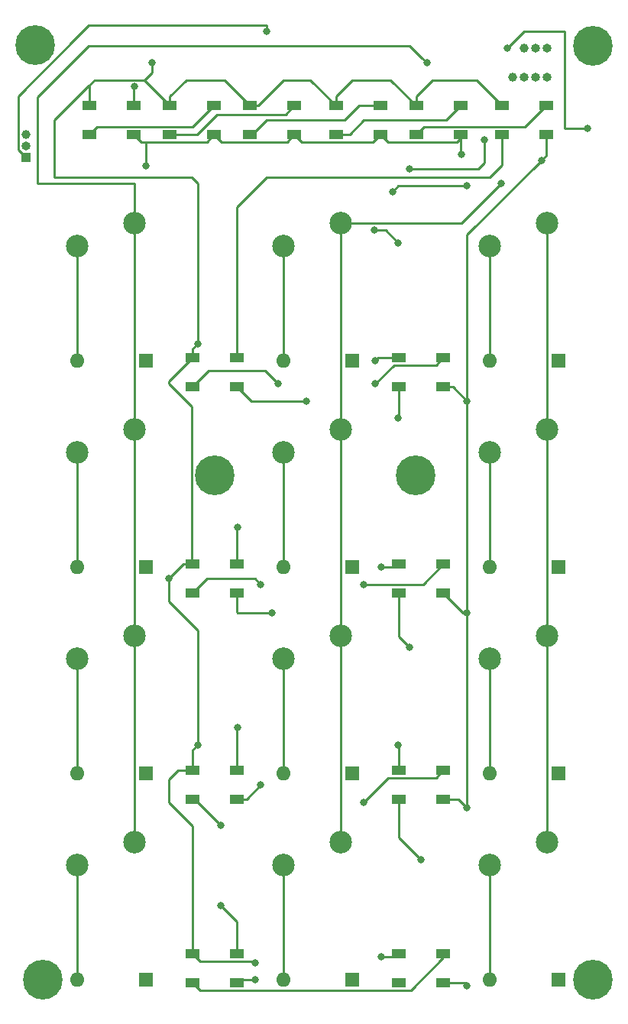
<source format=gbr>
%TF.GenerationSoftware,KiCad,Pcbnew,(6.0.4)*%
%TF.CreationDate,2022-05-16T19:34:58+01:00*%
%TF.ProjectId,Macropad v2,4d616372-6f70-4616-9420-76322e6b6963,rev?*%
%TF.SameCoordinates,Original*%
%TF.FileFunction,Copper,L1,Top*%
%TF.FilePolarity,Positive*%
%FSLAX46Y46*%
G04 Gerber Fmt 4.6, Leading zero omitted, Abs format (unit mm)*
G04 Created by KiCad (PCBNEW (6.0.4)) date 2022-05-16 19:34:58*
%MOMM*%
%LPD*%
G01*
G04 APERTURE LIST*
%TA.AperFunction,ComponentPad*%
%ADD10R,1.600000X1.600000*%
%TD*%
%TA.AperFunction,ComponentPad*%
%ADD11O,1.600000X1.600000*%
%TD*%
%TA.AperFunction,SMDPad,CuDef*%
%ADD12R,1.500000X1.000000*%
%TD*%
%TA.AperFunction,ComponentPad*%
%ADD13C,2.500000*%
%TD*%
%TA.AperFunction,ComponentPad*%
%ADD14C,4.400000*%
%TD*%
%TA.AperFunction,ComponentPad*%
%ADD15C,0.700000*%
%TD*%
%TA.AperFunction,ComponentPad*%
%ADD16C,1.000000*%
%TD*%
%TA.AperFunction,ComponentPad*%
%ADD17O,1.000000X1.000000*%
%TD*%
%TA.AperFunction,ComponentPad*%
%ADD18R,1.000000X1.000000*%
%TD*%
%TA.AperFunction,ViaPad*%
%ADD19C,0.800000*%
%TD*%
%TA.AperFunction,Conductor*%
%ADD20C,0.250000*%
%TD*%
G04 APERTURE END LIST*
D10*
%TO.P,D16,1,K*%
%TO.N,Net-(D16-Pad1)*%
X122555000Y-85407500D03*
D11*
%TO.P,D16,2,A*%
%TO.N,Net-(D16-Pad2)*%
X114935000Y-85407500D03*
%TD*%
D12*
%TO.P,D12,1,VDD*%
%TO.N,+5V*%
X150585000Y-130797500D03*
%TO.P,D12,2,DOUT*%
%TO.N,Net-(D12-Pad2)*%
X150585000Y-133997500D03*
%TO.P,D12,3,VSS*%
%TO.N,GND*%
X155485000Y-133997500D03*
%TO.P,D12,4,DIN*%
%TO.N,Net-(D11-Pad2)*%
X155485000Y-130797500D03*
%TD*%
D13*
%TO.P,SW4,1,1*%
%TO.N,Net-(D19-Pad2)*%
X114935000Y-141287500D03*
%TO.P,SW4,2,2*%
%TO.N,Net-(J2-Pad3)*%
X121285000Y-138747500D03*
%TD*%
D10*
%TO.P,D23,1,K*%
%TO.N,Net-(D19-Pad2)*%
X145415000Y-153987500D03*
D11*
%TO.P,D23,2,A*%
%TO.N,Net-(D23-Pad2)*%
X137795000Y-153987500D03*
%TD*%
D10*
%TO.P,D19,1,K*%
%TO.N,Net-(D19-Pad1)*%
X122555000Y-153987500D03*
D11*
%TO.P,D19,2,A*%
%TO.N,Net-(D19-Pad2)*%
X114935000Y-153987500D03*
%TD*%
D12*
%TO.P,D6,1,VDD*%
%TO.N,+5V*%
X162015000Y-57137500D03*
%TO.P,D6,2,DOUT*%
%TO.N,Net-(D6-Pad2)*%
X162015000Y-60337500D03*
%TO.P,D6,3,VSS*%
%TO.N,GND*%
X166915000Y-60337500D03*
%TO.P,D6,4,DIN*%
%TO.N,Net-(D5-Pad2)*%
X166915000Y-57137500D03*
%TD*%
D14*
%TO.P,H8,1*%
%TO.N,N/C*%
X172085000Y-50482500D03*
D15*
X173251726Y-51649226D03*
X172085000Y-52132500D03*
X170918274Y-51649226D03*
X173735000Y-50482500D03*
X173251726Y-49315774D03*
X170918274Y-49315774D03*
X172085000Y-48832500D03*
X170435000Y-50482500D03*
%TD*%
%TO.P,H6,1*%
%TO.N,N/C*%
X151233274Y-99274226D03*
X152400000Y-99757500D03*
X153566726Y-96940774D03*
D14*
X152400000Y-98107500D03*
D15*
X152400000Y-96457500D03*
X151233274Y-96940774D03*
X154050000Y-98107500D03*
X153566726Y-99274226D03*
X150750000Y-98107500D03*
%TD*%
D12*
%TO.P,D7,1,VDD*%
%TO.N,+5V*%
X127725000Y-85077500D03*
%TO.P,D7,2,DOUT*%
%TO.N,Net-(D7-Pad2)*%
X127725000Y-88277500D03*
%TO.P,D7,3,VSS*%
%TO.N,GND*%
X132625000Y-88277500D03*
%TO.P,D7,4,DIN*%
%TO.N,Net-(D6-Pad2)*%
X132625000Y-85077500D03*
%TD*%
%TO.P,D11,1,VDD*%
%TO.N,+5V*%
X127725000Y-130797500D03*
%TO.P,D11,2,DOUT*%
%TO.N,Net-(D11-Pad2)*%
X127725000Y-133997500D03*
%TO.P,D11,3,VSS*%
%TO.N,GND*%
X132625000Y-133997500D03*
%TO.P,D11,4,DIN*%
%TO.N,Net-(D10-Pad2)*%
X132625000Y-130797500D03*
%TD*%
D16*
%TO.P,J1,1,Pin_1*%
%TO.N,+5V*%
X109220000Y-60325000D03*
D17*
%TO.P,J1,2,Pin_2*%
%TO.N,Net-(D1-Pad4)*%
X109220000Y-61595000D03*
D18*
%TO.P,J1,3,Pin_3*%
%TO.N,GND*%
X109220000Y-62865000D03*
%TD*%
D12*
%TO.P,D13,1,VDD*%
%TO.N,+5V*%
X127725000Y-151117500D03*
%TO.P,D13,2,DOUT*%
%TO.N,Net-(D13-Pad2)*%
X127725000Y-154317500D03*
%TO.P,D13,3,VSS*%
%TO.N,GND*%
X132625000Y-154317500D03*
%TO.P,D13,4,DIN*%
%TO.N,Net-(D12-Pad2)*%
X132625000Y-151117500D03*
%TD*%
%TO.P,D10,1,VDD*%
%TO.N,+5V*%
X150585000Y-107937500D03*
%TO.P,D10,2,DOUT*%
%TO.N,Net-(D10-Pad2)*%
X150585000Y-111137500D03*
%TO.P,D10,3,VSS*%
%TO.N,GND*%
X155485000Y-111137500D03*
%TO.P,D10,4,DIN*%
%TO.N,Net-(D10-Pad4)*%
X155485000Y-107937500D03*
%TD*%
D10*
%TO.P,D21,1,K*%
%TO.N,Net-(D17-Pad2)*%
X145415000Y-108267500D03*
D11*
%TO.P,D21,2,A*%
%TO.N,Net-(D21-Pad2)*%
X137795000Y-108267500D03*
%TD*%
D13*
%TO.P,SW11,1,1*%
%TO.N,Net-(D26-Pad2)*%
X160655000Y-118427500D03*
%TO.P,SW11,2,2*%
%TO.N,Net-(J2-Pad1)*%
X167005000Y-115887500D03*
%TD*%
D15*
%TO.P,H1,1*%
%TO.N,N/C*%
X110204840Y-52084973D03*
X108554840Y-50434973D03*
X111854840Y-50434973D03*
X111371566Y-51601699D03*
X111371566Y-49268247D03*
X109038114Y-51601699D03*
X110204840Y-48784973D03*
D14*
X110204840Y-50434973D03*
D15*
X109038114Y-49268247D03*
%TD*%
D12*
%TO.P,D8,1,VDD*%
%TO.N,+5V*%
X150585000Y-85077500D03*
%TO.P,D8,2,DOUT*%
%TO.N,Net-(D8-Pad2)*%
X150585000Y-88277500D03*
%TO.P,D8,3,VSS*%
%TO.N,GND*%
X155485000Y-88277500D03*
%TO.P,D8,4,DIN*%
%TO.N,Net-(D7-Pad2)*%
X155485000Y-85077500D03*
%TD*%
D13*
%TO.P,SW8,1,1*%
%TO.N,Net-(D23-Pad2)*%
X137795000Y-141287500D03*
%TO.P,SW8,2,2*%
%TO.N,Net-(J2-Pad2)*%
X144145000Y-138747500D03*
%TD*%
D12*
%TO.P,D3,1,VDD*%
%TO.N,+5V*%
X134075000Y-57137500D03*
%TO.P,D3,2,DOUT*%
%TO.N,Net-(D3-Pad2)*%
X134075000Y-60337500D03*
%TO.P,D3,3,VSS*%
%TO.N,GND*%
X138975000Y-60337500D03*
%TO.P,D3,4,DIN*%
%TO.N,Net-(D2-Pad2)*%
X138975000Y-57137500D03*
%TD*%
D10*
%TO.P,D22,1,K*%
%TO.N,Net-(D18-Pad2)*%
X145415000Y-131127500D03*
D11*
%TO.P,D22,2,A*%
%TO.N,Net-(D22-Pad2)*%
X137795000Y-131127500D03*
%TD*%
D16*
%TO.P,J2,1,Pin_1*%
%TO.N,Net-(SW10-Pad2)*%
X164460000Y-50800000D03*
D17*
%TO.P,J2,2,Pin_2*%
%TO.N,Net-(SW5-Pad2)*%
X165730000Y-50800000D03*
%TO.P,J2,3,Pin_3*%
%TO.N,Net-(SW1-Pad2)*%
X167000000Y-50800000D03*
%TD*%
D10*
%TO.P,D24,1,K*%
%TO.N,Net-(D20-Pad2)*%
X168275000Y-85407500D03*
D11*
%TO.P,D24,2,A*%
%TO.N,Net-(D24-Pad2)*%
X160655000Y-85407500D03*
%TD*%
D12*
%TO.P,D9,1,VDD*%
%TO.N,+5V*%
X127725000Y-107937500D03*
%TO.P,D9,2,DOUT*%
%TO.N,Net-(D10-Pad4)*%
X127725000Y-111137500D03*
%TO.P,D9,3,VSS*%
%TO.N,GND*%
X132625000Y-111137500D03*
%TO.P,D9,4,DIN*%
%TO.N,Net-(D8-Pad2)*%
X132625000Y-107937500D03*
%TD*%
D10*
%TO.P,D17,1,K*%
%TO.N,Net-(D17-Pad1)*%
X122555000Y-108267500D03*
D11*
%TO.P,D17,2,A*%
%TO.N,Net-(D17-Pad2)*%
X114935000Y-108267500D03*
%TD*%
D10*
%TO.P,D27,1,K*%
%TO.N,Net-(D23-Pad2)*%
X168275000Y-153987500D03*
D11*
%TO.P,D27,2,A*%
%TO.N,Net-(D27-Pad2)*%
X160655000Y-153987500D03*
%TD*%
D13*
%TO.P,SW9,1,1*%
%TO.N,Net-(D24-Pad2)*%
X160655000Y-72707500D03*
%TO.P,SW9,2,2*%
%TO.N,Net-(J2-Pad1)*%
X167005000Y-70167500D03*
%TD*%
D12*
%TO.P,D4,1,VDD*%
%TO.N,+5V*%
X143600000Y-57137500D03*
%TO.P,D4,2,DOUT*%
%TO.N,Net-(D4-Pad2)*%
X143600000Y-60337500D03*
%TO.P,D4,3,VSS*%
%TO.N,GND*%
X148500000Y-60337500D03*
%TO.P,D4,4,DIN*%
%TO.N,Net-(D3-Pad2)*%
X148500000Y-57137500D03*
%TD*%
D15*
%TO.P,H4,1*%
%TO.N,N/C*%
X170918274Y-155154226D03*
X170435000Y-153987500D03*
X170918274Y-152820774D03*
X172085000Y-152337500D03*
X173251726Y-152820774D03*
X173735000Y-153987500D03*
D14*
X172085000Y-153987500D03*
D15*
X172085000Y-155637500D03*
X173251726Y-155154226D03*
%TD*%
D10*
%TO.P,D25,1,K*%
%TO.N,Net-(D21-Pad2)*%
X168275000Y-108267500D03*
D11*
%TO.P,D25,2,A*%
%TO.N,Net-(D25-Pad2)*%
X160655000Y-108267500D03*
%TD*%
D10*
%TO.P,D26,1,K*%
%TO.N,Net-(D22-Pad2)*%
X168275000Y-131127500D03*
D11*
%TO.P,D26,2,A*%
%TO.N,Net-(D26-Pad2)*%
X160655000Y-131127500D03*
%TD*%
D13*
%TO.P,SW7,1,1*%
%TO.N,Net-(D22-Pad2)*%
X137795000Y-118427500D03*
%TO.P,SW7,2,2*%
%TO.N,Net-(J2-Pad2)*%
X144145000Y-115887500D03*
%TD*%
%TO.P,SW2,1,1*%
%TO.N,Net-(D17-Pad2)*%
X114935000Y-95567500D03*
%TO.P,SW2,2,2*%
%TO.N,Net-(J2-Pad3)*%
X121285000Y-93027500D03*
%TD*%
%TO.P,SW12,1,1*%
%TO.N,Net-(D27-Pad2)*%
X160655000Y-141287500D03*
%TO.P,SW12,2,2*%
%TO.N,Net-(J2-Pad1)*%
X167005000Y-138747500D03*
%TD*%
D15*
%TO.P,H3,1*%
%TO.N,N/C*%
X111125000Y-155637500D03*
X111125000Y-152337500D03*
X109958274Y-155154226D03*
D14*
X111125000Y-153987500D03*
D15*
X112291726Y-152820774D03*
X112291726Y-155154226D03*
X112775000Y-153987500D03*
X109958274Y-152820774D03*
X109475000Y-153987500D03*
%TD*%
D13*
%TO.P,SW6,1,1*%
%TO.N,Net-(D21-Pad2)*%
X137795000Y-95567500D03*
%TO.P,SW6,2,2*%
%TO.N,Net-(J2-Pad2)*%
X144145000Y-93027500D03*
%TD*%
D12*
%TO.P,D2,1,VDD*%
%TO.N,+5V*%
X125185000Y-57137500D03*
%TO.P,D2,2,DOUT*%
%TO.N,Net-(D2-Pad2)*%
X125185000Y-60337500D03*
%TO.P,D2,3,VSS*%
%TO.N,GND*%
X130085000Y-60337500D03*
%TO.P,D2,4,DIN*%
%TO.N,Net-(D1-Pad2)*%
X130085000Y-57137500D03*
%TD*%
D10*
%TO.P,D20,1,K*%
%TO.N,Net-(D16-Pad2)*%
X145415000Y-85407500D03*
D11*
%TO.P,D20,2,A*%
%TO.N,Net-(D20-Pad2)*%
X137795000Y-85407500D03*
%TD*%
D13*
%TO.P,SW3,1,1*%
%TO.N,Net-(D18-Pad2)*%
X114935000Y-118427500D03*
%TO.P,SW3,2,2*%
%TO.N,Net-(J2-Pad3)*%
X121285000Y-115887500D03*
%TD*%
%TO.P,SW5,1,1*%
%TO.N,Net-(D20-Pad2)*%
X137795000Y-72707500D03*
%TO.P,SW5,2,2*%
%TO.N,Net-(J2-Pad2)*%
X144145000Y-70167500D03*
%TD*%
D15*
%TO.P,H5,1*%
%TO.N,N/C*%
X131341726Y-99274226D03*
X129008274Y-96940774D03*
X130175000Y-99757500D03*
X131341726Y-96940774D03*
D14*
X130175000Y-98107500D03*
D15*
X129008274Y-99274226D03*
X128525000Y-98107500D03*
X130175000Y-96457500D03*
X131825000Y-98107500D03*
%TD*%
D16*
%TO.P,J3,1,Pin_1*%
%TO.N,Net-(D16-Pad1)*%
X163195000Y-53975000D03*
D17*
%TO.P,J3,2,Pin_2*%
%TO.N,Net-(D17-Pad1)*%
X164465000Y-53975000D03*
%TO.P,J3,3,Pin_3*%
%TO.N,Net-(D18-Pad1)*%
X165735000Y-53975000D03*
%TO.P,J3,4,Pin_4*%
%TO.N,Net-(D19-Pad1)*%
X167005000Y-53975000D03*
%TD*%
D10*
%TO.P,D18,1,K*%
%TO.N,Net-(D18-Pad1)*%
X122555000Y-131127500D03*
D11*
%TO.P,D18,2,A*%
%TO.N,Net-(D18-Pad2)*%
X114935000Y-131127500D03*
%TD*%
D13*
%TO.P,SW10,1,1*%
%TO.N,Net-(D25-Pad2)*%
X160655000Y-95567500D03*
%TO.P,SW10,2,2*%
%TO.N,Net-(J2-Pad1)*%
X167005000Y-93027500D03*
%TD*%
D12*
%TO.P,D5,1,VDD*%
%TO.N,+5V*%
X152490000Y-57137500D03*
%TO.P,D5,2,DOUT*%
%TO.N,Net-(D5-Pad2)*%
X152490000Y-60337500D03*
%TO.P,D5,3,VSS*%
%TO.N,GND*%
X157390000Y-60337500D03*
%TO.P,D5,4,DIN*%
%TO.N,Net-(D4-Pad2)*%
X157390000Y-57137500D03*
%TD*%
%TO.P,D14,1,VDD*%
%TO.N,+5V*%
X150585000Y-151117500D03*
%TO.P,D14,2,DOUT*%
%TO.N,unconnected-(D14-Pad2)*%
X150585000Y-154317500D03*
%TO.P,D14,3,VSS*%
%TO.N,GND*%
X155485000Y-154317500D03*
%TO.P,D14,4,DIN*%
%TO.N,Net-(D13-Pad2)*%
X155485000Y-151117500D03*
%TD*%
D13*
%TO.P,SW1,1,1*%
%TO.N,Net-(D16-Pad2)*%
X114935000Y-72707500D03*
%TO.P,SW1,2,2*%
%TO.N,Net-(J2-Pad3)*%
X121285000Y-70167500D03*
%TD*%
D12*
%TO.P,D1,1,VDD*%
%TO.N,+5V*%
X116295000Y-57137500D03*
%TO.P,D1,2,DOUT*%
%TO.N,Net-(D1-Pad2)*%
X116295000Y-60337500D03*
%TO.P,D1,3,VSS*%
%TO.N,GND*%
X121195000Y-60337500D03*
%TO.P,D1,4,DIN*%
%TO.N,Net-(D1-Pad4)*%
X121195000Y-57137500D03*
%TD*%
D19*
%TO.N,+5V*%
X148590000Y-151447500D03*
X128270000Y-127952500D03*
X150495000Y-127952500D03*
X148590000Y-108267500D03*
X134620000Y-152082500D03*
X147955000Y-85407500D03*
X125095000Y-109537500D03*
X123190000Y-52387500D03*
X128270000Y-83502500D03*
%TO.N,GND*%
X158115000Y-134937500D03*
X140335000Y-89852500D03*
X158115000Y-154622500D03*
X135255000Y-132397500D03*
X134620000Y-153987500D03*
X158115000Y-89852500D03*
X136525000Y-113347500D03*
X158115000Y-113347500D03*
X135890000Y-48895000D03*
X157480000Y-62547500D03*
X122555000Y-63817500D03*
X166370000Y-63182500D03*
%TO.N,Net-(D10-Pad2)*%
X132715000Y-126047500D03*
X151765000Y-117157500D03*
%TO.N,Net-(D11-Pad2)*%
X146685000Y-134302500D03*
X130810000Y-136842500D03*
%TO.N,Net-(D10-Pad4)*%
X135255000Y-110172500D03*
X146685000Y-110172500D03*
%TO.N,Net-(D1-Pad4)*%
X121285000Y-55017000D03*
%TO.N,Net-(D12-Pad2)*%
X153035000Y-140652500D03*
X130810000Y-145732500D03*
%TO.N,Net-(D7-Pad2)*%
X137160000Y-87947500D03*
X147955000Y-87947500D03*
%TO.N,Net-(D8-Pad2)*%
X132715000Y-103822500D03*
X150495000Y-91757500D03*
%TO.N,Net-(D17-Pad1)*%
X147796250Y-70961250D03*
X150495000Y-72390000D03*
%TO.N,Net-(D18-Pad1)*%
X151765000Y-64135000D03*
X160020000Y-60960000D03*
%TO.N,Net-(D19-Pad1)*%
X149860000Y-66675000D03*
X158115000Y-66040000D03*
%TO.N,Net-(J2-Pad1)*%
X162560000Y-50800000D03*
X171450000Y-59690000D03*
%TO.N,Net-(J2-Pad2)*%
X161925000Y-65722500D03*
%TO.N,Net-(J2-Pad3)*%
X153670000Y-52387500D03*
%TD*%
D20*
%TO.N,+5V*%
X116295000Y-57137500D02*
X116295000Y-54837500D01*
X125095000Y-112077500D02*
X125095000Y-109537500D01*
X127725000Y-85077500D02*
X127725000Y-84047500D01*
X112395000Y-65087500D02*
X112395000Y-58737500D01*
X134950000Y-57137500D02*
X137795000Y-54292500D01*
X128270000Y-115252500D02*
X125095000Y-112077500D01*
X127725000Y-151117500D02*
X127725000Y-136932500D01*
X127725000Y-136932500D02*
X125095000Y-134302500D01*
X128270000Y-65722500D02*
X127635000Y-65087500D01*
X112395000Y-58737500D02*
X116205000Y-54927500D01*
X116840000Y-54292500D02*
X122340000Y-54292500D01*
X127635000Y-65087500D02*
X112395000Y-65087500D01*
X123190000Y-53442500D02*
X123190000Y-52387500D01*
X127725000Y-130797500D02*
X127725000Y-128497500D01*
X134075000Y-57137500D02*
X134950000Y-57137500D01*
X159170000Y-54292500D02*
X162015000Y-57137500D01*
X125095000Y-134302500D02*
X125095000Y-131762500D01*
X122340000Y-54292500D02*
X123190000Y-53442500D01*
X145415000Y-54292500D02*
X149645000Y-54292500D01*
X125185000Y-56107500D02*
X127000000Y-54292500D01*
X127725000Y-84047500D02*
X128270000Y-83502500D01*
X122340000Y-54292500D02*
X125185000Y-57137500D01*
X143600000Y-57137500D02*
X143600000Y-56107500D01*
X116205000Y-54927500D02*
X116840000Y-54292500D01*
X116295000Y-54837500D02*
X116840000Y-54292500D01*
X134479511Y-151942011D02*
X134620000Y-152082500D01*
X126695000Y-107937500D02*
X125095000Y-109537500D01*
X127725000Y-151117500D02*
X128549511Y-151942011D01*
X147955000Y-85407500D02*
X148285000Y-85077500D01*
X127725000Y-107937500D02*
X126695000Y-107937500D01*
X127635000Y-107847500D02*
X127635000Y-90487500D01*
X137795000Y-54292500D02*
X140755000Y-54292500D01*
X148590000Y-151447500D02*
X150255000Y-151447500D01*
X125185000Y-57137500D02*
X125185000Y-56107500D01*
X127725000Y-128497500D02*
X128270000Y-127952500D01*
X152490000Y-56107500D02*
X154305000Y-54292500D01*
X128270000Y-83502500D02*
X128270000Y-65722500D01*
X127000000Y-54292500D02*
X131230000Y-54292500D01*
X125095000Y-131762500D02*
X126060000Y-130797500D01*
X140755000Y-54292500D02*
X143600000Y-57137500D01*
X128270000Y-127952500D02*
X128270000Y-115252500D01*
X150585000Y-128042500D02*
X150585000Y-130797500D01*
X128549511Y-151942011D02*
X134479511Y-151942011D01*
X126060000Y-130797500D02*
X127725000Y-130797500D01*
X127635000Y-90487500D02*
X125095000Y-87947500D01*
X131230000Y-54292500D02*
X134075000Y-57137500D01*
X150495000Y-127952500D02*
X150585000Y-128042500D01*
X152490000Y-57137500D02*
X152490000Y-56107500D01*
X125095000Y-87947500D02*
X125095000Y-87707500D01*
X148285000Y-85077500D02*
X150585000Y-85077500D01*
X149645000Y-54292500D02*
X152490000Y-57137500D01*
X154305000Y-54292500D02*
X159170000Y-54292500D01*
X148590000Y-108267500D02*
X150255000Y-108267500D01*
X125095000Y-87707500D02*
X127725000Y-85077500D01*
X143600000Y-56107500D02*
X145415000Y-54292500D01*
%TO.N,Net-(D1-Pad2)*%
X116295000Y-60337500D02*
X117119511Y-59512989D01*
X117119511Y-59512989D02*
X127709511Y-59512989D01*
X127709511Y-59512989D02*
X130085000Y-57137500D01*
%TO.N,GND*%
X135890000Y-48260000D02*
X135890000Y-48895000D01*
X122019511Y-61162011D02*
X122670489Y-61162011D01*
X132625000Y-111137500D02*
X132625000Y-113257500D01*
X122670489Y-61162011D02*
X122555000Y-61277500D01*
X109220000Y-62865000D02*
X108395489Y-62040489D01*
X108395489Y-56069511D02*
X114935000Y-49530000D01*
X114935000Y-49530000D02*
X116205000Y-48260000D01*
X149324511Y-61162011D02*
X156960489Y-61162011D01*
X156960489Y-61162011D02*
X157480000Y-60642500D01*
X157390000Y-62457500D02*
X157480000Y-62547500D01*
X121195000Y-60337500D02*
X122019511Y-61162011D01*
X155485000Y-154317500D02*
X157810000Y-154317500D01*
X158115000Y-113347500D02*
X157695000Y-113347500D01*
X147675489Y-61162011D02*
X148500000Y-60337500D01*
X130175000Y-48260000D02*
X135890000Y-48260000D01*
X157175000Y-133997500D02*
X155485000Y-133997500D01*
X132625000Y-113257500D02*
X132715000Y-113347500D01*
X157810000Y-154317500D02*
X158115000Y-154622500D01*
X130909511Y-61162011D02*
X138150489Y-61162011D01*
X139799511Y-61162011D02*
X147675489Y-61162011D01*
X138975000Y-60337500D02*
X139799511Y-61162011D01*
X130085000Y-60337500D02*
X130909511Y-61162011D01*
X132715000Y-113347500D02*
X136525000Y-113347500D01*
X129260489Y-61162011D02*
X130085000Y-60337500D01*
X157390000Y-60337500D02*
X157390000Y-62457500D01*
X108395489Y-62040489D02*
X108395489Y-56069511D01*
X166370000Y-63182500D02*
X166915000Y-62637500D01*
X157695000Y-113347500D02*
X155485000Y-111137500D01*
X122670489Y-61162011D02*
X129260489Y-61162011D01*
X166915000Y-62637500D02*
X166915000Y-60337500D01*
X158115000Y-113347500D02*
X158115000Y-89852500D01*
X134200000Y-89852500D02*
X140335000Y-89852500D01*
X158115000Y-71437500D02*
X166370000Y-63182500D01*
X138150489Y-61162011D02*
X138975000Y-60337500D01*
X132625000Y-133997500D02*
X133655000Y-133997500D01*
X158115000Y-89852500D02*
X158115000Y-71437500D01*
X116205000Y-48260000D02*
X130175000Y-48260000D01*
X132625000Y-88277500D02*
X134200000Y-89852500D01*
X134620000Y-153987500D02*
X132955000Y-153987500D01*
X158115000Y-134937500D02*
X158115000Y-113347500D01*
X158115000Y-89852500D02*
X156540000Y-88277500D01*
X122555000Y-61277500D02*
X122555000Y-63817500D01*
X158115000Y-134937500D02*
X157175000Y-133997500D01*
X156540000Y-88277500D02*
X155485000Y-88277500D01*
X133655000Y-133997500D02*
X135255000Y-132397500D01*
X148500000Y-60337500D02*
X149324511Y-61162011D01*
%TO.N,Net-(D2-Pad2)*%
X138010000Y-58102500D02*
X138975000Y-57137500D01*
X125185000Y-60337500D02*
X128185978Y-60337500D01*
X130420978Y-58102500D02*
X138010000Y-58102500D01*
X128185978Y-60337500D02*
X130420978Y-58102500D01*
%TO.N,Net-(D3-Pad2)*%
X146164296Y-57137500D02*
X148500000Y-57137500D01*
X144564296Y-58737500D02*
X146164296Y-57137500D01*
X134325000Y-60337500D02*
X135925000Y-58737500D01*
X135925000Y-58737500D02*
X144564296Y-58737500D01*
%TO.N,Net-(D10-Pad2)*%
X132625000Y-126137500D02*
X132625000Y-130797500D01*
X132715000Y-126047500D02*
X132625000Y-126137500D01*
X150585000Y-115977500D02*
X151765000Y-117157500D01*
X150585000Y-111137500D02*
X150585000Y-115977500D01*
%TO.N,Net-(D4-Pad2)*%
X143600000Y-60337500D02*
X145085000Y-60337500D01*
X145085000Y-60337500D02*
X146685000Y-58737500D01*
X146685000Y-58737500D02*
X155790000Y-58737500D01*
X155790000Y-58737500D02*
X157390000Y-57137500D01*
%TO.N,Net-(D11-Pad2)*%
X127965000Y-133997500D02*
X130810000Y-136842500D01*
X154660489Y-131622011D02*
X155485000Y-130797500D01*
X149365489Y-131622011D02*
X154660489Y-131622011D01*
X146685000Y-134302500D02*
X149365489Y-131622011D01*
%TO.N,Net-(D5-Pad2)*%
X164539511Y-59512989D02*
X166915000Y-57137500D01*
X153314511Y-59512989D02*
X164539511Y-59512989D01*
X152490000Y-60337500D02*
X153314511Y-59512989D01*
%TO.N,Net-(D10-Pad4)*%
X127725000Y-111137500D02*
X129325000Y-109537500D01*
X153250000Y-110172500D02*
X155485000Y-107937500D01*
X146685000Y-110172500D02*
X153250000Y-110172500D01*
X129325000Y-109537500D02*
X134620000Y-109537500D01*
X134620000Y-109537500D02*
X135255000Y-110172500D01*
%TO.N,Net-(D13-Pad2)*%
X128549511Y-155142011D02*
X151880489Y-155142011D01*
X127725000Y-154317500D02*
X128549511Y-155142011D01*
X151880489Y-155142011D02*
X155485000Y-151537500D01*
X155485000Y-151537500D02*
X155485000Y-151117500D01*
%TO.N,Net-(D16-Pad2)*%
X114935000Y-85407500D02*
X114935000Y-72707500D01*
%TO.N,Net-(D17-Pad2)*%
X114935000Y-95567500D02*
X114935000Y-108267500D01*
%TO.N,Net-(D18-Pad2)*%
X114935000Y-118427500D02*
X114935000Y-131127500D01*
%TO.N,Net-(D19-Pad2)*%
X114935000Y-141287500D02*
X114935000Y-153987500D01*
%TO.N,Net-(D20-Pad2)*%
X137795000Y-85407500D02*
X137795000Y-72707500D01*
%TO.N,Net-(D21-Pad2)*%
X137795000Y-108267500D02*
X137795000Y-95567500D01*
%TO.N,Net-(D22-Pad2)*%
X137795000Y-118427500D02*
X137795000Y-131127500D01*
%TO.N,Net-(D23-Pad2)*%
X137795000Y-153987500D02*
X137795000Y-141287500D01*
%TO.N,Net-(D24-Pad2)*%
X160655000Y-72707500D02*
X160655000Y-85407500D01*
%TO.N,Net-(D1-Pad4)*%
X121195000Y-57137500D02*
X121195000Y-55107000D01*
X121195000Y-55107000D02*
X121285000Y-55017000D01*
%TO.N,Net-(D12-Pad2)*%
X150585000Y-138202500D02*
X153035000Y-140652500D01*
X150585000Y-133997500D02*
X150585000Y-138202500D01*
X130810000Y-145732500D02*
X132625000Y-147547500D01*
X132625000Y-147547500D02*
X132625000Y-151117500D01*
%TO.N,Net-(D25-Pad2)*%
X160655000Y-108267500D02*
X160655000Y-95567500D01*
%TO.N,Net-(D6-Pad2)*%
X160655000Y-65087500D02*
X135890000Y-65087500D01*
X162015000Y-60337500D02*
X162015000Y-63727500D01*
X162015000Y-63727500D02*
X160655000Y-65087500D01*
X135890000Y-65087500D02*
X132625000Y-68352500D01*
X132625000Y-68352500D02*
X132625000Y-85077500D01*
%TO.N,Net-(D7-Pad2)*%
X147955000Y-87947500D02*
X150000489Y-85902011D01*
X154660489Y-85902011D02*
X155485000Y-85077500D01*
X127725000Y-88277500D02*
X129470489Y-86532011D01*
X129470489Y-86532011D02*
X135744511Y-86532011D01*
X150000489Y-85902011D02*
X154660489Y-85902011D01*
X135744511Y-86532011D02*
X137160000Y-87947500D01*
%TO.N,Net-(D8-Pad2)*%
X132715000Y-103822500D02*
X132625000Y-103912500D01*
X132625000Y-103912500D02*
X132625000Y-107937500D01*
X150585000Y-88277500D02*
X150585000Y-91667500D01*
X150585000Y-91667500D02*
X150495000Y-91757500D01*
%TO.N,Net-(D17-Pad1)*%
X150495000Y-72390000D02*
X149066250Y-70961250D01*
X149066250Y-70961250D02*
X147796250Y-70961250D01*
%TO.N,Net-(D18-Pad1)*%
X159385000Y-64135000D02*
X151765000Y-64135000D01*
X160020000Y-60960000D02*
X160020000Y-63500000D01*
X160020000Y-63500000D02*
X159385000Y-64135000D01*
%TO.N,Net-(D19-Pad1)*%
X158115000Y-66040000D02*
X150495000Y-66040000D01*
X150495000Y-66040000D02*
X149860000Y-66675000D01*
%TO.N,Net-(D26-Pad2)*%
X160655000Y-131127500D02*
X160655000Y-118427500D01*
%TO.N,Net-(D27-Pad2)*%
X160655000Y-141287500D02*
X160655000Y-153987500D01*
%TO.N,Net-(J2-Pad1)*%
X167005000Y-115887500D02*
X167005000Y-93027500D01*
X167005000Y-70167500D02*
X167005000Y-93027500D01*
X168910000Y-59690000D02*
X171450000Y-59690000D01*
X162560000Y-50800000D02*
X164465000Y-48895000D01*
X164465000Y-48895000D02*
X168910000Y-48895000D01*
X168910000Y-48895000D02*
X168910000Y-52705000D01*
X168910000Y-52705000D02*
X168910000Y-59690000D01*
X167005000Y-115887500D02*
X167005000Y-138747500D01*
%TO.N,Net-(J2-Pad2)*%
X144145000Y-70167500D02*
X157480000Y-70167500D01*
X157480000Y-70167500D02*
X161925000Y-65722500D01*
X144145000Y-115887500D02*
X144145000Y-93027500D01*
X144145000Y-70167500D02*
X144145000Y-93027500D01*
X144145000Y-138747500D02*
X144145000Y-115887500D01*
%TO.N,Net-(J2-Pad3)*%
X121285000Y-70167500D02*
X121285000Y-93027500D01*
X121285000Y-65722500D02*
X110490000Y-65722500D01*
X116205000Y-50482500D02*
X121920000Y-50482500D01*
X121285000Y-93027500D02*
X121285000Y-115887500D01*
X153035000Y-51752500D02*
X153670000Y-52387500D01*
X110490000Y-65722500D02*
X110490000Y-56197500D01*
X110490000Y-56197500D02*
X116205000Y-50482500D01*
X151765000Y-50482500D02*
X153035000Y-51752500D01*
X121285000Y-70167500D02*
X121285000Y-65722500D01*
X121920000Y-50482500D02*
X151765000Y-50482500D01*
X121285000Y-115887500D02*
X121285000Y-138747500D01*
%TD*%
M02*

</source>
